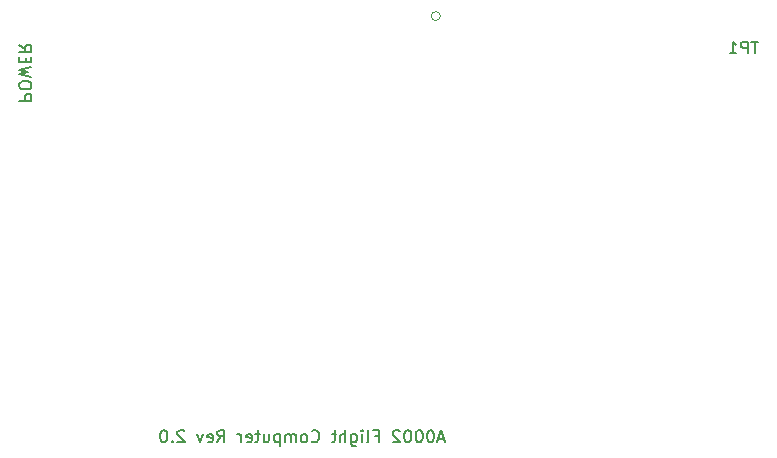
<source format=gbr>
%TF.GenerationSoftware,KiCad,Pcbnew,(6.0.9)*%
%TF.CreationDate,2022-12-16T16:13:02-07:00*%
%TF.ProjectId,Flight-Computer,466c6967-6874-42d4-936f-6d7075746572,1.0*%
%TF.SameCoordinates,Original*%
%TF.FileFunction,Legend,Bot*%
%TF.FilePolarity,Positive*%
%FSLAX46Y46*%
G04 Gerber Fmt 4.6, Leading zero omitted, Abs format (unit mm)*
G04 Created by KiCad (PCBNEW (6.0.9)) date 2022-12-16 16:13:02*
%MOMM*%
%LPD*%
G01*
G04 APERTURE LIST*
%ADD10C,0.150000*%
%ADD11C,0.120000*%
G04 APERTURE END LIST*
D10*
X130894666Y-100189453D02*
X130410857Y-100189453D01*
X130991428Y-100479739D02*
X130652761Y-99463739D01*
X130314095Y-100479739D01*
X129781904Y-99463739D02*
X129685142Y-99463739D01*
X129588380Y-99512120D01*
X129540000Y-99560500D01*
X129491619Y-99657262D01*
X129443238Y-99850786D01*
X129443238Y-100092691D01*
X129491619Y-100286215D01*
X129540000Y-100382977D01*
X129588380Y-100431358D01*
X129685142Y-100479739D01*
X129781904Y-100479739D01*
X129878666Y-100431358D01*
X129927047Y-100382977D01*
X129975428Y-100286215D01*
X130023809Y-100092691D01*
X130023809Y-99850786D01*
X129975428Y-99657262D01*
X129927047Y-99560500D01*
X129878666Y-99512120D01*
X129781904Y-99463739D01*
X128814285Y-99463739D02*
X128717523Y-99463739D01*
X128620761Y-99512120D01*
X128572380Y-99560500D01*
X128524000Y-99657262D01*
X128475619Y-99850786D01*
X128475619Y-100092691D01*
X128524000Y-100286215D01*
X128572380Y-100382977D01*
X128620761Y-100431358D01*
X128717523Y-100479739D01*
X128814285Y-100479739D01*
X128911047Y-100431358D01*
X128959428Y-100382977D01*
X129007809Y-100286215D01*
X129056190Y-100092691D01*
X129056190Y-99850786D01*
X129007809Y-99657262D01*
X128959428Y-99560500D01*
X128911047Y-99512120D01*
X128814285Y-99463739D01*
X127846666Y-99463739D02*
X127749904Y-99463739D01*
X127653142Y-99512120D01*
X127604761Y-99560500D01*
X127556380Y-99657262D01*
X127508000Y-99850786D01*
X127508000Y-100092691D01*
X127556380Y-100286215D01*
X127604761Y-100382977D01*
X127653142Y-100431358D01*
X127749904Y-100479739D01*
X127846666Y-100479739D01*
X127943428Y-100431358D01*
X127991809Y-100382977D01*
X128040190Y-100286215D01*
X128088571Y-100092691D01*
X128088571Y-99850786D01*
X128040190Y-99657262D01*
X127991809Y-99560500D01*
X127943428Y-99512120D01*
X127846666Y-99463739D01*
X127120952Y-99560500D02*
X127072571Y-99512120D01*
X126975809Y-99463739D01*
X126733904Y-99463739D01*
X126637142Y-99512120D01*
X126588761Y-99560500D01*
X126540380Y-99657262D01*
X126540380Y-99754024D01*
X126588761Y-99899167D01*
X127169333Y-100479739D01*
X126540380Y-100479739D01*
X124992190Y-99947548D02*
X125330857Y-99947548D01*
X125330857Y-100479739D02*
X125330857Y-99463739D01*
X124847047Y-99463739D01*
X124314857Y-100479739D02*
X124411619Y-100431358D01*
X124460000Y-100334596D01*
X124460000Y-99463739D01*
X123927809Y-100479739D02*
X123927809Y-99802405D01*
X123927809Y-99463739D02*
X123976190Y-99512120D01*
X123927809Y-99560500D01*
X123879428Y-99512120D01*
X123927809Y-99463739D01*
X123927809Y-99560500D01*
X123008571Y-99802405D02*
X123008571Y-100624881D01*
X123056952Y-100721643D01*
X123105333Y-100770024D01*
X123202095Y-100818405D01*
X123347238Y-100818405D01*
X123444000Y-100770024D01*
X123008571Y-100431358D02*
X123105333Y-100479739D01*
X123298857Y-100479739D01*
X123395619Y-100431358D01*
X123444000Y-100382977D01*
X123492380Y-100286215D01*
X123492380Y-99995929D01*
X123444000Y-99899167D01*
X123395619Y-99850786D01*
X123298857Y-99802405D01*
X123105333Y-99802405D01*
X123008571Y-99850786D01*
X122524761Y-100479739D02*
X122524761Y-99463739D01*
X122089333Y-100479739D02*
X122089333Y-99947548D01*
X122137714Y-99850786D01*
X122234476Y-99802405D01*
X122379619Y-99802405D01*
X122476380Y-99850786D01*
X122524761Y-99899167D01*
X121750666Y-99802405D02*
X121363619Y-99802405D01*
X121605523Y-99463739D02*
X121605523Y-100334596D01*
X121557142Y-100431358D01*
X121460380Y-100479739D01*
X121363619Y-100479739D01*
X119670285Y-100382977D02*
X119718666Y-100431358D01*
X119863809Y-100479739D01*
X119960571Y-100479739D01*
X120105714Y-100431358D01*
X120202476Y-100334596D01*
X120250857Y-100237834D01*
X120299238Y-100044310D01*
X120299238Y-99899167D01*
X120250857Y-99705643D01*
X120202476Y-99608881D01*
X120105714Y-99512120D01*
X119960571Y-99463739D01*
X119863809Y-99463739D01*
X119718666Y-99512120D01*
X119670285Y-99560500D01*
X119089714Y-100479739D02*
X119186476Y-100431358D01*
X119234857Y-100382977D01*
X119283238Y-100286215D01*
X119283238Y-99995929D01*
X119234857Y-99899167D01*
X119186476Y-99850786D01*
X119089714Y-99802405D01*
X118944571Y-99802405D01*
X118847809Y-99850786D01*
X118799428Y-99899167D01*
X118751047Y-99995929D01*
X118751047Y-100286215D01*
X118799428Y-100382977D01*
X118847809Y-100431358D01*
X118944571Y-100479739D01*
X119089714Y-100479739D01*
X118315619Y-100479739D02*
X118315619Y-99802405D01*
X118315619Y-99899167D02*
X118267238Y-99850786D01*
X118170476Y-99802405D01*
X118025333Y-99802405D01*
X117928571Y-99850786D01*
X117880190Y-99947548D01*
X117880190Y-100479739D01*
X117880190Y-99947548D02*
X117831809Y-99850786D01*
X117735047Y-99802405D01*
X117589904Y-99802405D01*
X117493142Y-99850786D01*
X117444761Y-99947548D01*
X117444761Y-100479739D01*
X116960952Y-99802405D02*
X116960952Y-100818405D01*
X116960952Y-99850786D02*
X116864190Y-99802405D01*
X116670666Y-99802405D01*
X116573904Y-99850786D01*
X116525523Y-99899167D01*
X116477142Y-99995929D01*
X116477142Y-100286215D01*
X116525523Y-100382977D01*
X116573904Y-100431358D01*
X116670666Y-100479739D01*
X116864190Y-100479739D01*
X116960952Y-100431358D01*
X115606285Y-99802405D02*
X115606285Y-100479739D01*
X116041714Y-99802405D02*
X116041714Y-100334596D01*
X115993333Y-100431358D01*
X115896571Y-100479739D01*
X115751428Y-100479739D01*
X115654666Y-100431358D01*
X115606285Y-100382977D01*
X115267619Y-99802405D02*
X114880571Y-99802405D01*
X115122476Y-99463739D02*
X115122476Y-100334596D01*
X115074095Y-100431358D01*
X114977333Y-100479739D01*
X114880571Y-100479739D01*
X114154857Y-100431358D02*
X114251619Y-100479739D01*
X114445142Y-100479739D01*
X114541904Y-100431358D01*
X114590285Y-100334596D01*
X114590285Y-99947548D01*
X114541904Y-99850786D01*
X114445142Y-99802405D01*
X114251619Y-99802405D01*
X114154857Y-99850786D01*
X114106476Y-99947548D01*
X114106476Y-100044310D01*
X114590285Y-100141072D01*
X113671047Y-100479739D02*
X113671047Y-99802405D01*
X113671047Y-99995929D02*
X113622666Y-99899167D01*
X113574285Y-99850786D01*
X113477523Y-99802405D01*
X113380761Y-99802405D01*
X111687428Y-100479739D02*
X112026095Y-99995929D01*
X112268000Y-100479739D02*
X112268000Y-99463739D01*
X111880952Y-99463739D01*
X111784190Y-99512120D01*
X111735809Y-99560500D01*
X111687428Y-99657262D01*
X111687428Y-99802405D01*
X111735809Y-99899167D01*
X111784190Y-99947548D01*
X111880952Y-99995929D01*
X112268000Y-99995929D01*
X110864952Y-100431358D02*
X110961714Y-100479739D01*
X111155238Y-100479739D01*
X111252000Y-100431358D01*
X111300380Y-100334596D01*
X111300380Y-99947548D01*
X111252000Y-99850786D01*
X111155238Y-99802405D01*
X110961714Y-99802405D01*
X110864952Y-99850786D01*
X110816571Y-99947548D01*
X110816571Y-100044310D01*
X111300380Y-100141072D01*
X110477904Y-99802405D02*
X110236000Y-100479739D01*
X109994095Y-99802405D01*
X108881333Y-99560500D02*
X108832952Y-99512120D01*
X108736190Y-99463739D01*
X108494285Y-99463739D01*
X108397523Y-99512120D01*
X108349142Y-99560500D01*
X108300761Y-99657262D01*
X108300761Y-99754024D01*
X108349142Y-99899167D01*
X108929714Y-100479739D01*
X108300761Y-100479739D01*
X107865333Y-100382977D02*
X107816952Y-100431358D01*
X107865333Y-100479739D01*
X107913714Y-100431358D01*
X107865333Y-100382977D01*
X107865333Y-100479739D01*
X107188000Y-99463739D02*
X107091238Y-99463739D01*
X106994476Y-99512120D01*
X106946095Y-99560500D01*
X106897714Y-99657262D01*
X106849333Y-99850786D01*
X106849333Y-100092691D01*
X106897714Y-100286215D01*
X106946095Y-100382977D01*
X106994476Y-100431358D01*
X107091238Y-100479739D01*
X107188000Y-100479739D01*
X107284761Y-100431358D01*
X107333142Y-100382977D01*
X107381523Y-100286215D01*
X107429904Y-100092691D01*
X107429904Y-99850786D01*
X107381523Y-99657262D01*
X107333142Y-99560500D01*
X107284761Y-99512120D01*
X107188000Y-99463739D01*
X94917380Y-71561476D02*
X95933380Y-71561476D01*
X95933380Y-71174428D01*
X95885000Y-71077666D01*
X95836619Y-71029285D01*
X95739857Y-70980904D01*
X95594714Y-70980904D01*
X95497952Y-71029285D01*
X95449571Y-71077666D01*
X95401190Y-71174428D01*
X95401190Y-71561476D01*
X95933380Y-70351952D02*
X95933380Y-70158428D01*
X95885000Y-70061666D01*
X95788238Y-69964904D01*
X95594714Y-69916523D01*
X95256047Y-69916523D01*
X95062523Y-69964904D01*
X94965761Y-70061666D01*
X94917380Y-70158428D01*
X94917380Y-70351952D01*
X94965761Y-70448714D01*
X95062523Y-70545476D01*
X95256047Y-70593857D01*
X95594714Y-70593857D01*
X95788238Y-70545476D01*
X95885000Y-70448714D01*
X95933380Y-70351952D01*
X95933380Y-69577857D02*
X94917380Y-69335952D01*
X95643095Y-69142428D01*
X94917380Y-68948904D01*
X95933380Y-68707000D01*
X95449571Y-68319952D02*
X95449571Y-67981285D01*
X94917380Y-67836142D02*
X94917380Y-68319952D01*
X95933380Y-68319952D01*
X95933380Y-67836142D01*
X94917380Y-66820142D02*
X95401190Y-67158809D01*
X94917380Y-67400714D02*
X95933380Y-67400714D01*
X95933380Y-67013666D01*
X95885000Y-66916904D01*
X95836619Y-66868523D01*
X95739857Y-66820142D01*
X95594714Y-66820142D01*
X95497952Y-66868523D01*
X95449571Y-66916904D01*
X95401190Y-67013666D01*
X95401190Y-67400714D01*
%TO.C,TP1*%
X157471904Y-66559180D02*
X156900476Y-66559180D01*
X157186190Y-67559180D02*
X157186190Y-66559180D01*
X156567142Y-67559180D02*
X156567142Y-66559180D01*
X156186190Y-66559180D01*
X156090952Y-66606800D01*
X156043333Y-66654419D01*
X155995714Y-66749657D01*
X155995714Y-66892514D01*
X156043333Y-66987752D01*
X156090952Y-67035371D01*
X156186190Y-67082990D01*
X156567142Y-67082990D01*
X155043333Y-67559180D02*
X155614761Y-67559180D01*
X155329047Y-67559180D02*
X155329047Y-66559180D01*
X155424285Y-66702038D01*
X155519523Y-66797276D01*
X155614761Y-66844895D01*
D11*
%TO.C,P9*%
X130558252Y-64395101D02*
G75*
G03*
X130558252Y-64395101I-381000J0D01*
G01*
%TD*%
M02*

</source>
